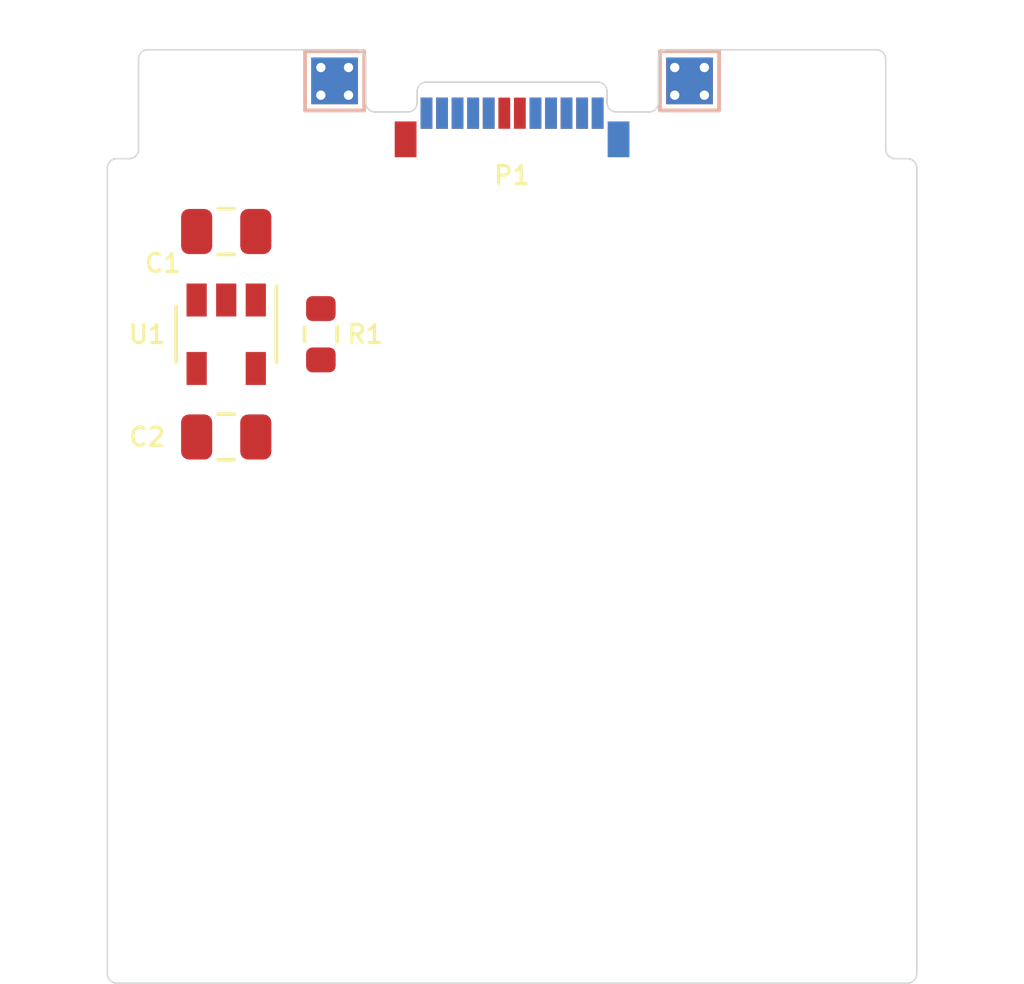
<source format=kicad_pcb>
(kicad_pcb (version 20241229) (generator "pcbnew") (generator_version "9.0")
  (title_block (title "Expansion Card Template") (rev "X1") (company "Framework") (comment 1 "This work is licensed under a Creative Commons Attribution 4.0 International License") (comment 4 "https://frame.work"))
  (layers (0 "F.Cu" signal) (2 "B.Cu" signal) (13 "F.Paste" user) (15 "B.Paste" user) (5 "F.SilkS" user) (7 "B.SilkS" user) (1 "F.Mask" user) (3 "B.Mask" user) (25 "Edge.Cuts" user))
  (net 0 "")
  (net 1 "GND")
  (net 2 "+3V3")
  (net 3 "VBUS")
  (net 4 "Net-(P1-PadA5)")
  (footprint "Package_TO_SOT_SMD:SOT-23-5" (layer "F.Cu") (at 130.818 136.144 -90)
    (property "Reference" "U1" (at 0 2.54 180) (layer "F.SilkS") (effects (font (size 0.5842 0.5842) (thickness 0.1016))))
    (property "Value" "AP2112K-3.3")
    (fp_line (start -0.9 1.61) (end 0.9 1.61) (stroke (width 0.12)) (layer "F.SilkS"))
    (fp_line (start 0.9 -1.61) (end -1.55 -1.61) (stroke (width 0.12)) (layer "F.SilkS"))
    (pad "1" smd rect (at -1.1 -0.95 270) (size 1.06 0.65) (layers "F.Cu" "F.Mask" "F.Paste") (net 3 "VBUS"))
    (pad "2" smd rect (at -1.1 0 270) (size 1.06 0.65) (layers "F.Cu" "F.Mask" "F.Paste") (net 1 "GND"))
    (pad "3" smd rect (at -1.1 0.95 270) (size 1.06 0.65) (layers "F.Cu" "F.Mask" "F.Paste") (net 3 "VBUS"))
    (pad "4" smd rect (at 1.1 0.95 270) (size 1.06 0.65) (layers "F.Cu" "F.Mask" "F.Paste"))
    (pad "5" smd rect (at 1.1 -0.95 270) (size 1.06 0.65) (layers "F.Cu" "F.Mask" "F.Paste") (net 2 "+3V3"))
  )
  (footprint "Capacitor_SMD:C_0805_2012Metric" (layer "F.Cu") (at 130.818 132.842 180)
    (property "Reference" "C1" (at 2.032 -1.016 0) (layer "F.SilkS") (effects (font (size 0.5842 0.5842) (thickness 0.1016))))
    (property "Value" "10uF")
    (fp_line (start -0.261252 0.735) (end 0.261252 0.735) (stroke (width 0.12)) (layer "F.SilkS"))
    (fp_line (start -0.261252 -0.735) (end 0.261252 -0.735) (stroke (width 0.12)) (layer "F.SilkS"))
    (pad "1" smd roundrect (at -0.95 0 180) (size 1 1.45) (layers "F.Cu" "F.Mask" "F.Paste") (net 3 "VBUS"))
    (pad "2" smd roundrect (at 0.95 0 180) (size 1 1.45) (layers "F.Cu" "F.Mask" "F.Paste") (net 1 "GND"))
  )
  (footprint "Resistor_SMD:R_0603_1608Metric" (layer "F.Cu") (at 133.858 136.144 -90)
    (property "Reference" "R1" (at 0 -1.43 180) (layer "F.SilkS") (effects (font (size 0.5842 0.5842) (thickness 0.1016))))
    (property "Value" "5.1k")
    (fp_line (start -0.237258 0.5225) (end 0.237258 0.5225) (stroke (width 0.12)) (layer "F.SilkS"))
    (fp_line (start -0.237258 -0.5225) (end 0.237258 -0.5225) (stroke (width 0.12)) (layer "F.SilkS"))
    (pad "1" smd roundrect (at -0.825 0 270) (size 0.8 0.95) (layers "F.Cu" "F.Mask" "F.Paste") (net 4 "Net-(P1-PadA5)"))
    (pad "2" smd roundrect (at 0.825 0 270) (size 0.8 0.95) (layers "F.Cu" "F.Mask" "F.Paste") (net 1 "GND"))
  )
  (footprint "Expansion_Card:USB_C_Plug_Molex_105444" (layer "F.Cu") (at 140 129)
    (property "Reference" "P1" (at 0 2.04 0) (layer "F.SilkS") (effects (font (size 0.5842 0.5842) (thickness 0.1016))))
    (property "Value" "USB_C_Plug_USB2.0")
    (fp_line (start -3.35 0) (end -4.3 0) (stroke (width 0.05)) (layer "Edge.Cuts"))
    (fp_line (start -3.05 -0.66) (end -3.05 -0.3) (stroke (width 0.05)) (layer "Edge.Cuts"))
    (fp_line (start -2.75 -0.96) (end 2.75 -0.96) (stroke (width 0.05)) (layer "Edge.Cuts"))
    (fp_line (start 3.05 -0.66) (end 3.05 -0.3) (stroke (width 0.05)) (layer "Edge.Cuts"))
    (fp_line (start 3.35 0) (end 4.3 0) (stroke (width 0.05)) (layer "Edge.Cuts"))
    (fp_arc (start -3.05 -0.66) (mid -2.962132 -0.872132) (end -2.75 -0.96) (stroke (width 0.05)) (layer "Edge.Cuts"))
    (fp_arc (start -3.05 -0.3) (mid -3.137868 -0.087868) (end -3.35 0) (stroke (width 0.05)) (layer "Edge.Cuts"))
    (fp_arc (start 2.75 -0.96) (mid 2.962132 -0.872132) (end 3.05 -0.66) (stroke (width 0.05)) (layer "Edge.Cuts"))
    (fp_arc (start 3.35 0) (mid 3.137868 -0.087868) (end 3.05 -0.3) (stroke (width 0.05)) (layer "Edge.Cuts"))
    (pad "A1" smd rect (at -2.75 0.04) (size 0.38 1) (layers "F.Cu" "F.Mask" "F.Paste") (net 1 "GND"))
    (pad "A2" smd rect (at -2.25 0.04) (size 0.38 1) (layers "F.Cu" "F.Mask" "F.Paste"))
    (pad "A3" smd rect (at -1.75 0.04) (size 0.38 1) (layers "F.Cu" "F.Mask" "F.Paste"))
    (pad "A4" smd rect (at -1.25 0.04) (size 0.38 1) (layers "F.Cu" "F.Mask" "F.Paste") (net 3 "VBUS"))
    (pad "A5" smd rect (at -0.75 0.04) (size 0.38 1) (layers "F.Cu" "F.Mask" "F.Paste") (net 4 "Net-(P1-PadA5)"))
    (pad "A6" smd rect (at -0.25 0.04) (size 0.38 1) (layers "F.Cu" "F.Mask" "F.Paste"))
    (pad "A7" smd rect (at 0.25 0.04) (size 0.38 1) (layers "F.Cu" "F.Mask" "F.Paste"))
    (pad "A8" smd rect (at 0.75 0.04) (size 0.38 1) (layers "F.Cu" "F.Mask" "F.Paste"))
    (pad "A9" smd rect (at 1.25 0.04) (size 0.38 1) (layers "F.Cu" "F.Mask" "F.Paste") (net 3 "VBUS"))
    (pad "A10" smd rect (at 1.75 0.04) (size 0.38 1) (layers "F.Cu" "F.Mask" "F.Paste"))
    (pad "A11" smd rect (at 2.25 0.04) (size 0.38 1) (layers "F.Cu" "F.Mask" "F.Paste"))
    (pad "A12" smd rect (at 2.75 0.04) (size 0.38 1) (layers "F.Cu" "F.Mask" "F.Paste") (net 1 "GND"))
    (pad "B1" smd rect (at 2.75 0.04) (size 0.38 1) (layers "B.Cu" "B.Mask" "B.Paste") (net 1 "GND"))
    (pad "B2" smd rect (at 2.25 0.04) (size 0.38 1) (layers "B.Cu" "B.Mask" "B.Paste"))
    (pad "B3" smd rect (at 1.75 0.04) (size 0.38 1) (layers "B.Cu" "B.Mask" "B.Paste"))
    (pad "B4" smd rect (at 1.25 0.04) (size 0.38 1) (layers "B.Cu" "B.Mask" "B.Paste") (net 3 "VBUS"))
    (pad "B5" smd rect (at 0.75 0.04) (size 0.38 1) (layers "B.Cu" "B.Mask" "B.Paste"))
    (pad "B8" smd rect (at -0.75 0.04) (size 0.38 1) (layers "B.Cu" "B.Mask" "B.Paste"))
    (pad "B9" smd rect (at -1.25 0.04) (size 0.38 1) (layers "B.Cu" "B.Mask" "B.Paste") (net 3 "VBUS"))
    (pad "B10" smd rect (at -1.75 0.04) (size 0.38 1) (layers "B.Cu" "B.Mask" "B.Paste"))
    (pad "B11" smd rect (at -2.25 0.04) (size 0.38 1) (layers "B.Cu" "B.Mask" "B.Paste"))
    (pad "B12" smd rect (at -2.75 0.04) (size 0.38 1) (layers "B.Cu" "B.Mask" "B.Paste") (net 1 "GND"))
    (pad "S1" smd rect (at -3.42 0.88) (size 0.7 1.15) (layers "F.Cu" "F.Mask" "F.Paste") (net 1 "GND"))
    (pad "S1" smd rect (at 3.42 0.88) (size 0.7 1.15) (layers "B.Cu" "B.Mask" "B.Paste") (net 1 "GND"))
  )
  (footprint "Capacitor_SMD:C_0805_2012Metric" (layer "F.Cu") (at 130.818 139.446 180)
    (property "Reference" "C2" (at 2.54 0 0) (layer "F.SilkS") (effects (font (size 0.5842 0.5842) (thickness 0.1016))))
    (property "Value" "10uF")
    (fp_line (start -0.261252 0.735) (end 0.261252 0.735) (stroke (width 0.12)) (layer "F.SilkS"))
    (fp_line (start -0.261252 -0.735) (end 0.261252 -0.735) (stroke (width 0.12)) (layer "F.SilkS"))
    (pad "1" smd roundrect (at -0.95 0 180) (size 1 1.45) (layers "F.Cu" "F.Mask" "F.Paste") (net 2 "+3V3"))
    (pad "2" smd roundrect (at 0.95 0 180) (size 1 1.45) (layers "F.Cu" "F.Mask" "F.Paste") (net 1 "GND"))
  )
  (footprint "MountingHole:MountingHole_2.2mm_M2" (layer "F.Cu") (at 128.7 146.5)
    (property "Reference" "H1" (hide yes))
    (property "Value" "MountingHole")
    (pad "" np_thru_hole circle (at 0 0) (size 2.2 2.2) (drill 2.2) (layers "*.Cu" "*.Mask"))
  )
  (footprint "MountingHole:MountingHole_2.2mm_M2" (layer "F.Cu") (at 151.3 146.5)
    (property "Reference" "H2" (hide yes))
    (property "Value" "MountingHole")
    (pad "" np_thru_hole circle (at 0 0) (size 2.2 2.2) (drill 2.2) (layers "*.Cu" "*.Mask"))
  )
  (footprint "TestPoint:TestPoint_Pad_1.5x1.5mm" (layer "F.Cu") (at 134.3 128)
    (property "Reference" "TP1" (hide yes))
    (property "Value" "TestPoint")
    (fp_line (start -0.95 -0.95) (end 0.95 -0.95) (stroke (width 0.12)) (layer "F.SilkS"))
    (fp_line (start -0.95 0.95) (end -0.95 -0.95) (stroke (width 0.12)) (layer "F.SilkS"))
    (fp_line (start 0.95 -0.95) (end 0.95 0.95) (stroke (width 0.12)) (layer "F.SilkS"))
    (fp_line (start 0.95 0.95) (end -0.95 0.95) (stroke (width 0.12)) (layer "F.SilkS"))
    (pad "1" smd rect (at 0 0) (size 1.5 1.5) (layers "F.Cu" "F.Mask") (net 1 "GND"))
  )
  (footprint "TestPoint:TestPoint_Pad_1.5x1.5mm" (layer "F.Cu") (at 145.7 128)
    (property "Reference" "TP3" (hide yes))
    (property "Value" "TestPoint")
    (fp_line (start -0.95 -0.95) (end 0.95 -0.95) (stroke (width 0.12)) (layer "F.SilkS"))
    (fp_line (start -0.95 0.95) (end -0.95 -0.95) (stroke (width 0.12)) (layer "F.SilkS"))
    (fp_line (start 0.95 -0.95) (end 0.95 0.95) (stroke (width 0.12)) (layer "F.SilkS"))
    (fp_line (start 0.95 0.95) (end -0.95 0.95) (stroke (width 0.12)) (layer "F.SilkS"))
    (pad "1" smd rect (at 0 0) (size 1.5 1.5) (layers "F.Cu" "F.Mask") (net 1 "GND"))
  )
  (footprint "TestPoint:TestPoint_Pad_1.5x1.5mm" (layer "B.Cu") (at 134.3 128)
    (property "Reference" "TP2" (hide yes))
    (property "Value" "TestPoint")
    (fp_line (start -0.95 -0.95) (end -0.95 0.95) (stroke (width 0.12)) (layer "B.SilkS"))
    (fp_line (start -0.95 0.95) (end 0.95 0.95) (stroke (width 0.12)) (layer "B.SilkS"))
    (fp_line (start 0.95 -0.95) (end -0.95 -0.95) (stroke (width 0.12)) (layer "B.SilkS"))
    (fp_line (start 0.95 0.95) (end 0.95 -0.95) (stroke (width 0.12)) (layer "B.SilkS"))
    (pad "1" smd rect (at 0 0) (size 1.5 1.5) (layers "B.Cu" "B.Mask") (net 1 "GND"))
  )
  (footprint "TestPoint:TestPoint_Pad_1.5x1.5mm" (layer "B.Cu") (at 145.7 128)
    (property "Reference" "TP4" (hide yes))
    (property "Value" "TestPoint")
    (fp_line (start -0.95 -0.95) (end -0.95 0.95) (stroke (width 0.12)) (layer "B.SilkS"))
    (fp_line (start -0.95 0.95) (end 0.95 0.95) (stroke (width 0.12)) (layer "B.SilkS"))
    (fp_line (start 0.95 -0.95) (end -0.95 -0.95) (stroke (width 0.12)) (layer "B.SilkS"))
    (fp_line (start 0.95 0.95) (end 0.95 -0.95) (stroke (width 0.12)) (layer "B.SilkS"))
    (pad "1" smd rect (at 0 0) (size 1.5 1.5) (layers "B.Cu" "B.Mask") (net 1 "GND"))
  )
  (gr_line (start 153 130.8) (end 153 156.7) (stroke (width 0.05)) (layer "Edge.Cuts"))
  (gr_line (start 127.3 157) (end 152.7 157) (stroke (width 0.05)) (layer "Edge.Cuts"))
  (gr_arc (start 144.7 128.7) (mid 144.612132 128.912132) (end 144.4 129) (stroke (width 0.05)) (layer "Edge.Cuts"))
  (gr_arc (start 135 127) (mid 135.212132 127.087868) (end 135.3 127.3) (stroke (width 0.05)) (layer "Edge.Cuts"))
  (gr_line (start 144.7 128.7) (end 144.7 127.3) (stroke (width 0.05)) (layer "Edge.Cuts"))
  (gr_arc (start 144.7 127.3) (mid 144.787868 127.087868) (end 145 127) (stroke (width 0.05)) (layer "Edge.Cuts"))
  (gr_line (start 135 127) (end 128.3 127) (stroke (width 0.05)) (layer "Edge.Cuts"))
  (gr_line (start 145 127) (end 151.7 127) (stroke (width 0.05)) (layer "Edge.Cuts"))
  (gr_arc (start 127.3 157) (mid 127.087868 156.912132) (end 127 156.7) (stroke (width 0.05)) (layer "Edge.Cuts"))
  (gr_line (start 144.3 129) (end 144.4 129) (stroke (width 0.05)) (layer "Edge.Cuts"))
  (gr_arc (start 128 127.3) (mid 128.087868 127.087868) (end 128.3 127) (stroke (width 0.05)) (layer "Edge.Cuts"))
  (gr_line (start 128 130.2) (end 128 127.3) (stroke (width 0.05)) (layer "Edge.Cuts"))
  (gr_arc (start 128 130.2) (mid 127.912132 130.412132) (end 127.7 130.5) (stroke (width 0.05)) (layer "Edge.Cuts"))
  (gr_arc (start 127 130.8) (mid 127.087868 130.587868) (end 127.3 130.5) (stroke (width 0.05)) (layer "Edge.Cuts"))
  (gr_line (start 127.3 130.5) (end 127.7 130.5) (stroke (width 0.05)) (layer "Edge.Cuts"))
  (gr_line (start 152 130.2) (end 152 127.3) (stroke (width 0.05)) (layer "Edge.Cuts"))
  (gr_arc (start 152.7 130.5) (mid 152.912132 130.587868) (end 153 130.8) (stroke (width 0.05)) (layer "Edge.Cuts"))
  (gr_arc (start 152.3 130.5) (mid 152.087868 130.412132) (end 152 130.2) (stroke (width 0.05)) (layer "Edge.Cuts"))
  (gr_line (start 152.3 130.5) (end 152.7 130.5) (stroke (width 0.05)) (layer "Edge.Cuts"))
  (gr_arc (start 151.7 127) (mid 151.912132 127.087868) (end 152 127.3) (stroke (width 0.05)) (layer "Edge.Cuts"))
  (gr_line (start 127 130.8) (end 127 156.7) (stroke (width 0.05)) (layer "Edge.Cuts"))
  (gr_arc (start 153 156.7) (mid 152.912132 156.912132) (end 152.7 157) (stroke (width 0.05)) (layer "Edge.Cuts"))
  (gr_line (start 135.6 129) (end 135.7 129) (stroke (width 0.05)) (layer "Edge.Cuts"))
  (gr_arc (start 135.6 129) (mid 135.387868 128.912132) (end 135.3 128.7) (stroke (width 0.05)) (layer "Edge.Cuts"))
  (gr_line (start 135.3 128.7) (end 135.3 127.3) (stroke (width 0.05)) (layer "Edge.Cuts"))
  (via (at 133.858 127.5715) (size 0.5) (drill 0.3) (layers "F.Cu" "B.Cu") (net 1))
  (via (at 133.858 128.4605) (size 0.5) (drill 0.3) (layers "F.Cu" "B.Cu") (net 1))
  (via (at 146.177 127.5715) (size 0.5) (drill 0.3) (layers "F.Cu" "B.Cu") (net 1))
  (via (at 146.177 128.4605) (size 0.5) (drill 0.3) (layers "F.Cu" "B.Cu") (net 1))
  (via (at 145.2245 128.4605) (size 0.5) (drill 0.3) (layers "F.Cu" "B.Cu") (net 1))
  (via (at 145.2245 127.5715) (size 0.5) (drill 0.3) (layers "F.Cu" "B.Cu") (net 1))
  (via (at 134.747 128.4605) (size 0.5) (drill 0.3) (layers "F.Cu" "B.Cu") (net 1))
  (via (at 134.747 127.5715) (size 0.5) (drill 0.3) (layers "F.Cu" "B.Cu") (net 1))
)
</source>
